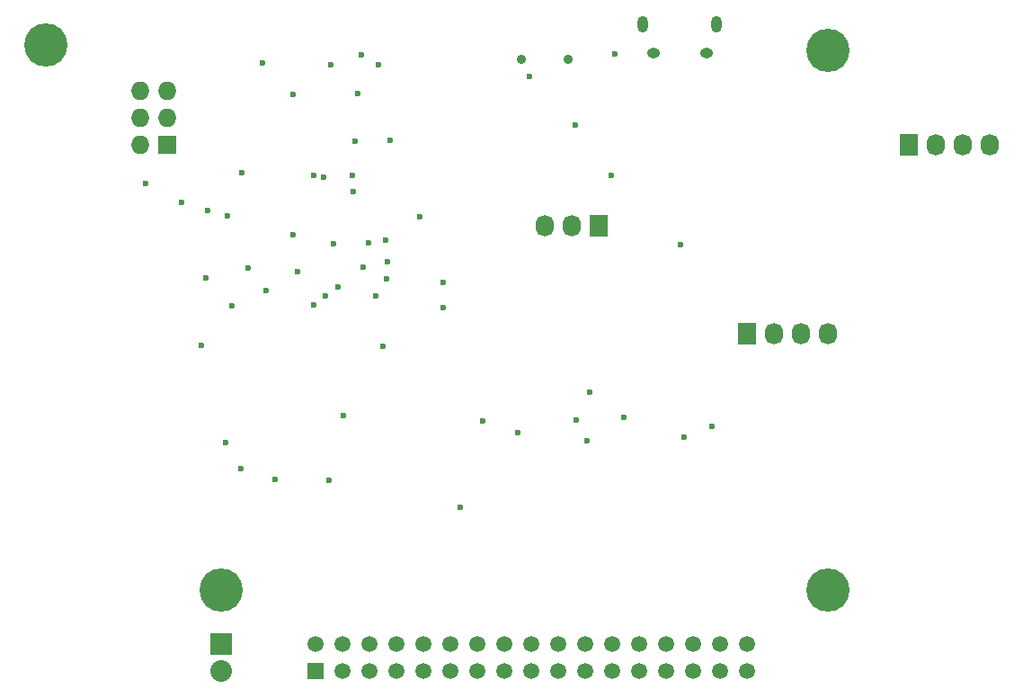
<source format=gbs>
%TF.GenerationSoftware,KiCad,Pcbnew,4.0.2+dfsg1-stable*%
%TF.CreationDate,2019-02-28T19:11:37+01:00*%
%TF.ProjectId,usbavrfloppy,757362617672666C6F7070792E6B6963,rev?*%
%TF.FileFunction,Soldermask,Bot*%
%FSLAX46Y46*%
G04 Gerber Fmt 4.6, Leading zero omitted, Abs format (unit mm)*
G04 Created by KiCad (PCBNEW 4.0.2+dfsg1-stable) date Thu 28 Feb 2019 19:11:37 CET*
%MOMM*%
G01*
G04 APERTURE LIST*
%ADD10C,0.100000*%
%ADD11O,1.250000X0.950000*%
%ADD12O,1.000000X1.550000*%
%ADD13C,0.899160*%
%ADD14C,4.064000*%
%ADD15R,1.727200X1.727200*%
%ADD16O,1.727200X1.727200*%
%ADD17R,2.032000X2.032000*%
%ADD18O,2.032000X2.032000*%
%ADD19R,1.727200X2.032000*%
%ADD20O,1.727200X2.032000*%
%ADD21R,1.520000X1.520000*%
%ADD22C,1.520000*%
%ADD23C,0.600000*%
G04 APERTURE END LIST*
D10*
D11*
X170140900Y-62522540D03*
X165140900Y-62522540D03*
D12*
X171140900Y-59822540D03*
X164140900Y-59822540D03*
D13*
X157139640Y-63080900D03*
X152740360Y-63080900D03*
D14*
X107950000Y-61722000D03*
X181610000Y-62230000D03*
X181610000Y-113030000D03*
X124460000Y-113030000D03*
D15*
X119380000Y-71120000D03*
D16*
X116840000Y-71120000D03*
X119380000Y-68580000D03*
X116840000Y-68580000D03*
X119380000Y-66040000D03*
X116840000Y-66040000D03*
D17*
X124460000Y-118110000D03*
D18*
X124460000Y-120650000D03*
D19*
X173990000Y-88900000D03*
D20*
X176530000Y-88900000D03*
X179070000Y-88900000D03*
X181610000Y-88900000D03*
D19*
X189230000Y-71120000D03*
D20*
X191770000Y-71120000D03*
X194310000Y-71120000D03*
X196850000Y-71120000D03*
D19*
X160020000Y-78740000D03*
D20*
X157480000Y-78740000D03*
X154940000Y-78740000D03*
D21*
X133350000Y-120650000D03*
D22*
X133350000Y-118110000D03*
X135890000Y-120650000D03*
X135890000Y-118110000D03*
X138430000Y-120650000D03*
X138430000Y-118110000D03*
X140970000Y-120650000D03*
X140970000Y-118110000D03*
X143510000Y-120650000D03*
X143510000Y-118110000D03*
X146050000Y-120650000D03*
X146050000Y-118110000D03*
X148590000Y-120650000D03*
X148590000Y-118110000D03*
X151130000Y-120650000D03*
X151130000Y-118110000D03*
X153670000Y-120650000D03*
X153670000Y-118110000D03*
X156210000Y-120650000D03*
X156210000Y-118110000D03*
X158750000Y-120650000D03*
X158750000Y-118110000D03*
X161290000Y-120650000D03*
X161290000Y-118110000D03*
X163830000Y-120650000D03*
X163830000Y-118110000D03*
X166370000Y-120650000D03*
X166370000Y-118110000D03*
X168910000Y-120650000D03*
X168910000Y-118110000D03*
X171450000Y-120650000D03*
X171450000Y-118110000D03*
X173990000Y-120650000D03*
X173990000Y-118110000D03*
D23*
X123046000Y-83674200D03*
X117348000Y-74803000D03*
X120747000Y-76581200D03*
X123210000Y-77371000D03*
X131607000Y-83077600D03*
X128651000Y-84836000D03*
X136779000Y-74041000D03*
X136906000Y-75565000D03*
X134816000Y-63599000D03*
X139304000Y-63599000D03*
X128342000Y-63439200D03*
X131191000Y-66421000D03*
X137087000Y-70788100D03*
X137322000Y-66367300D03*
X153478000Y-64719200D03*
X140095000Y-82150000D03*
X140049000Y-83750000D03*
X127000000Y-82720900D03*
X139726000Y-90130500D03*
X161185000Y-74045500D03*
X167736000Y-80544500D03*
X122603000Y-90065400D03*
X137643000Y-62684000D03*
X125470000Y-86347700D03*
X125046000Y-77879900D03*
X131264000Y-79654900D03*
X126432000Y-73828600D03*
X152402000Y-98236000D03*
X170651000Y-97700100D03*
X129489000Y-102689000D03*
X149120000Y-97163200D03*
X147010000Y-105325000D03*
X168016000Y-98711000D03*
X157776000Y-69333300D03*
X161525000Y-62571600D03*
X133171000Y-74061700D03*
X134290000Y-85412700D03*
X134061000Y-74199300D03*
X135439000Y-84571300D03*
X140360000Y-70702000D03*
X139048000Y-85412700D03*
X133192000Y-86241300D03*
X159151000Y-94438600D03*
X138304000Y-80422900D03*
X124840000Y-99179600D03*
X136004000Y-96671800D03*
X137857000Y-82640200D03*
X145354000Y-84138700D03*
X157853000Y-97094000D03*
X143174000Y-77961000D03*
X158931000Y-99024600D03*
X145354000Y-86454800D03*
X162353000Y-96847300D03*
X134996000Y-80487500D03*
X126309000Y-101600000D03*
X139911000Y-80137500D03*
X134620000Y-102720000D03*
M02*

</source>
